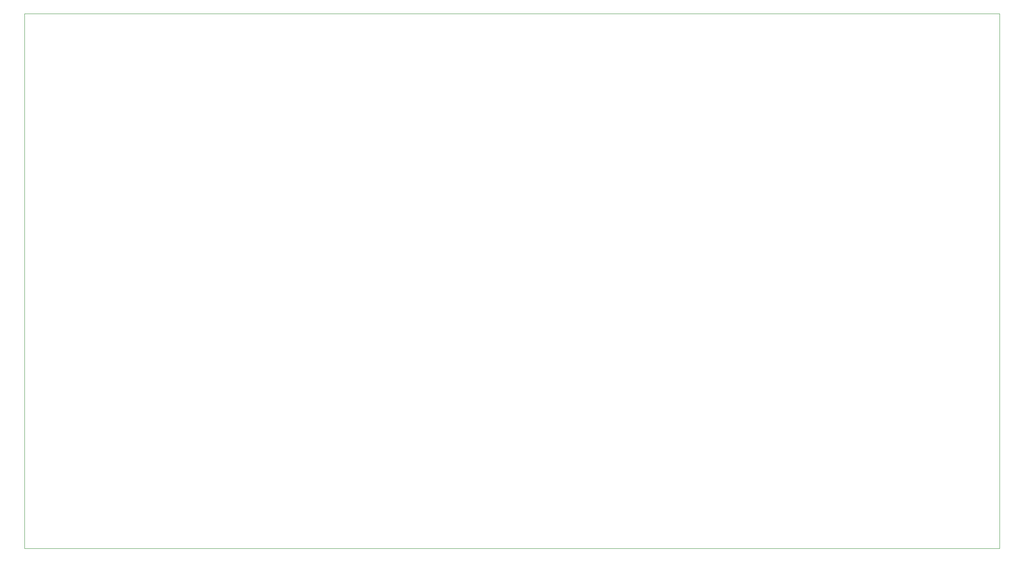
<source format=gm1>
G04 #@! TF.GenerationSoftware,KiCad,Pcbnew,(6.0.6)*
G04 #@! TF.CreationDate,2022-08-19T10:49:20-05:00*
G04 #@! TF.ProjectId,gndplate,676e6470-6c61-4746-952e-6b696361645f,rev?*
G04 #@! TF.SameCoordinates,Original*
G04 #@! TF.FileFunction,Profile,NP*
%FSLAX46Y46*%
G04 Gerber Fmt 4.6, Leading zero omitted, Abs format (unit mm)*
G04 Created by KiCad (PCBNEW (6.0.6)) date 2022-08-19 10:49:20*
%MOMM*%
%LPD*%
G01*
G04 APERTURE LIST*
G04 #@! TA.AperFunction,Profile*
%ADD10C,0.050000*%
G04 #@! TD*
G04 APERTURE END LIST*
D10*
X22500000Y-26000000D02*
X228400000Y-26000000D01*
X228400000Y-26000000D02*
X228400000Y-139000000D01*
X228400000Y-139000000D02*
X22500000Y-139000000D01*
X22500000Y-139000000D02*
X22500000Y-26000000D01*
M02*

</source>
